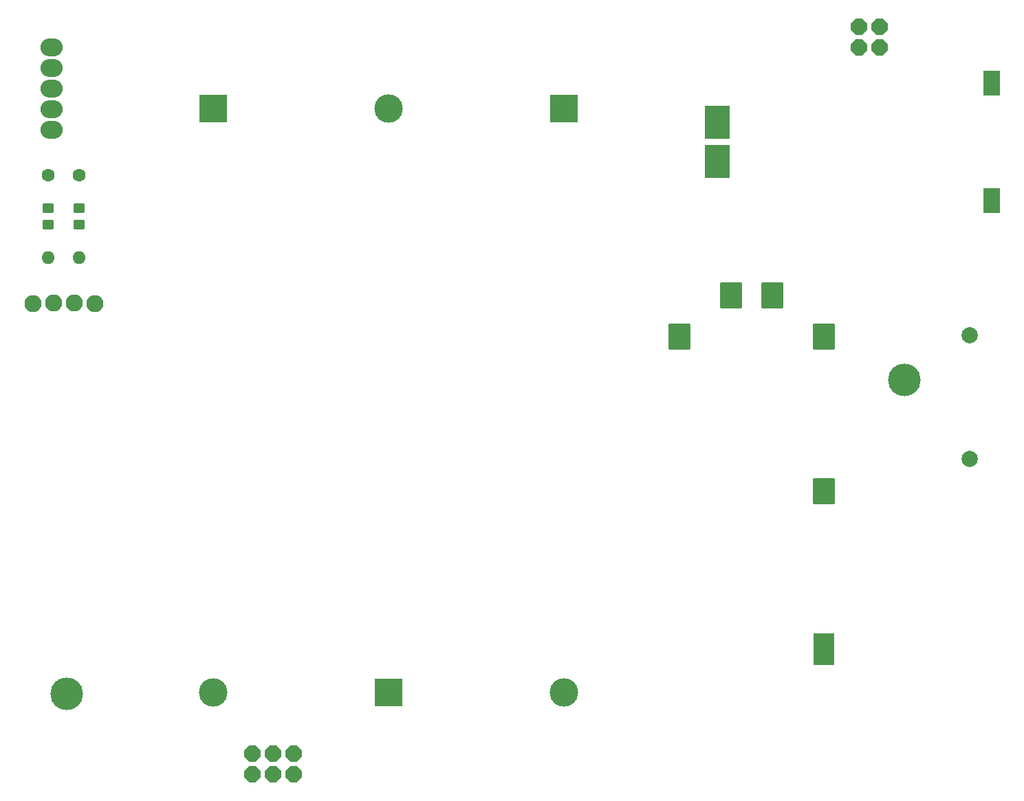
<source format=gbr>
%TF.GenerationSoftware,KiCad,Pcbnew,9.0.0*%
%TF.CreationDate,2025-04-09T21:16:24+03:00*%
%TF.ProjectId,QMX+ Battery + Audio Board,514d582b-2042-4617-9474-657279202b20,rev?*%
%TF.SameCoordinates,Original*%
%TF.FileFunction,Soldermask,Top*%
%TF.FilePolarity,Negative*%
%FSLAX46Y46*%
G04 Gerber Fmt 4.6, Leading zero omitted, Abs format (unit mm)*
G04 Created by KiCad (PCBNEW 9.0.0) date 2025-04-09 21:16:24*
%MOMM*%
%LPD*%
G01*
G04 APERTURE LIST*
G04 Aperture macros list*
%AMRoundRect*
0 Rectangle with rounded corners*
0 $1 Rounding radius*
0 $2 $3 $4 $5 $6 $7 $8 $9 X,Y pos of 4 corners*
0 Add a 4 corners polygon primitive as box body*
4,1,4,$2,$3,$4,$5,$6,$7,$8,$9,$2,$3,0*
0 Add four circle primitives for the rounded corners*
1,1,$1+$1,$2,$3*
1,1,$1+$1,$4,$5*
1,1,$1+$1,$6,$7*
1,1,$1+$1,$8,$9*
0 Add four rect primitives between the rounded corners*
20,1,$1+$1,$2,$3,$4,$5,0*
20,1,$1+$1,$4,$5,$6,$7,0*
20,1,$1+$1,$6,$7,$8,$9,0*
20,1,$1+$1,$8,$9,$2,$3,0*%
%AMFreePoly0*
4,1,25,0.427955,0.971196,0.440078,0.960842,0.960842,0.440078,0.989349,0.384130,0.990600,0.368236,0.990600,-0.368236,0.971196,-0.427955,0.960842,-0.440078,0.440078,-0.960842,0.384130,-0.989349,0.368236,-0.990600,-0.368236,-0.990600,-0.427955,-0.971196,-0.440078,-0.960842,-0.960842,-0.440078,-0.989349,-0.384130,-0.990600,-0.368236,-0.990600,0.368236,-0.971196,0.427955,-0.960842,0.440078,
-0.440078,0.960842,-0.384130,0.989349,-0.368236,0.990600,0.368236,0.990600,0.427955,0.971196,0.427955,0.971196,$1*%
G04 Aperture macros list end*
%ADD10RoundRect,0.250000X-0.450000X0.350000X-0.450000X-0.350000X0.450000X-0.350000X0.450000X0.350000X0*%
%ADD11RoundRect,0.050800X-1.000000X1.500000X-1.000000X-1.500000X1.000000X-1.500000X1.000000X1.500000X0*%
%ADD12RoundRect,0.050800X-1.500000X2.000000X-1.500000X-2.000000X1.500000X-2.000000X1.500000X2.000000X0*%
%ADD13R,3.500000X3.500000*%
%ADD14C,3.500000*%
%ADD15C,2.000000*%
%ADD16O,2.101600X2.101600*%
%ADD17O,2.743200X2.203200*%
%ADD18C,1.600000*%
%ADD19O,1.600000X1.600000*%
%ADD20RoundRect,0.050800X1.260000X-0.775700X1.260000X0.775700X-1.260000X0.775700X-1.260000X-0.775700X0*%
%ADD21RoundRect,0.050800X1.250000X-1.500000X1.250000X1.500000X-1.250000X1.500000X-1.250000X-1.500000X0*%
%ADD22RoundRect,0.101600X1.250000X-1.500000X1.250000X1.500000X-1.250000X1.500000X-1.250000X-1.500000X0*%
%ADD23C,4.013200*%
%ADD24FreePoly0,0.000000*%
%ADD25FreePoly0,270.000000*%
G04 APERTURE END LIST*
D10*
%TO.C,R3*%
X100330000Y-78316000D03*
X100330000Y-80316000D03*
%TD*%
D11*
%TO.C,U1*%
X212668500Y-77317500D03*
X212668500Y-62839500D03*
D12*
X178938500Y-67665500D03*
X178938500Y-72491500D03*
%TD*%
D13*
%TO.C,BT3*%
X116840000Y-66000000D03*
D14*
X116840000Y-138000000D03*
%TD*%
D15*
%TO.C,F1*%
X210000000Y-93980000D03*
X210000000Y-109220000D03*
%TD*%
D16*
%TO.C,U2*%
X102284000Y-90028200D03*
X99744000Y-90006100D03*
X94655000Y-90028200D03*
X97204000Y-90006100D03*
%TD*%
D17*
%TO.C,J1*%
X96940000Y-68640000D03*
X96940000Y-66100000D03*
X96940000Y-63560000D03*
X96940000Y-61020000D03*
X96940000Y-58480000D03*
%TD*%
D18*
%TO.C,R2*%
X96520000Y-74236000D03*
D19*
X96520000Y-84396000D03*
%TD*%
D18*
%TO.C,R1*%
X100330000Y-74236000D03*
D19*
X100330000Y-84396000D03*
%TD*%
D20*
%TO.C,BMS1*%
X192010000Y-133750300D03*
D21*
X192000000Y-132240000D03*
D22*
X192000000Y-113190000D03*
X192000000Y-94140000D03*
X174220000Y-94140000D03*
X180570000Y-89060000D03*
X185650000Y-89060000D03*
%TD*%
D10*
%TO.C,R4*%
X96520000Y-78316000D03*
X96520000Y-80316000D03*
%TD*%
D23*
%TO.C,H4*%
X98840000Y-138172500D03*
%TD*%
%TO.C,H202*%
X201948750Y-99437500D03*
%TD*%
D13*
%TO.C,BT2*%
X138430000Y-138000000D03*
D14*
X138430000Y-66000000D03*
%TD*%
D13*
%TO.C,BT1*%
X160000000Y-66000000D03*
D14*
X160000000Y-138000000D03*
%TD*%
D24*
%TO.C,J2*%
X121700000Y-148010000D03*
X121700000Y-145470000D03*
X124240000Y-148010000D03*
X124240000Y-145470000D03*
X126780000Y-148010000D03*
X126780000Y-145470000D03*
%TD*%
D25*
%TO.C,J3*%
X196312500Y-55940000D03*
X198852500Y-55940000D03*
X196312500Y-58480000D03*
X198852500Y-58480000D03*
%TD*%
M02*

</source>
